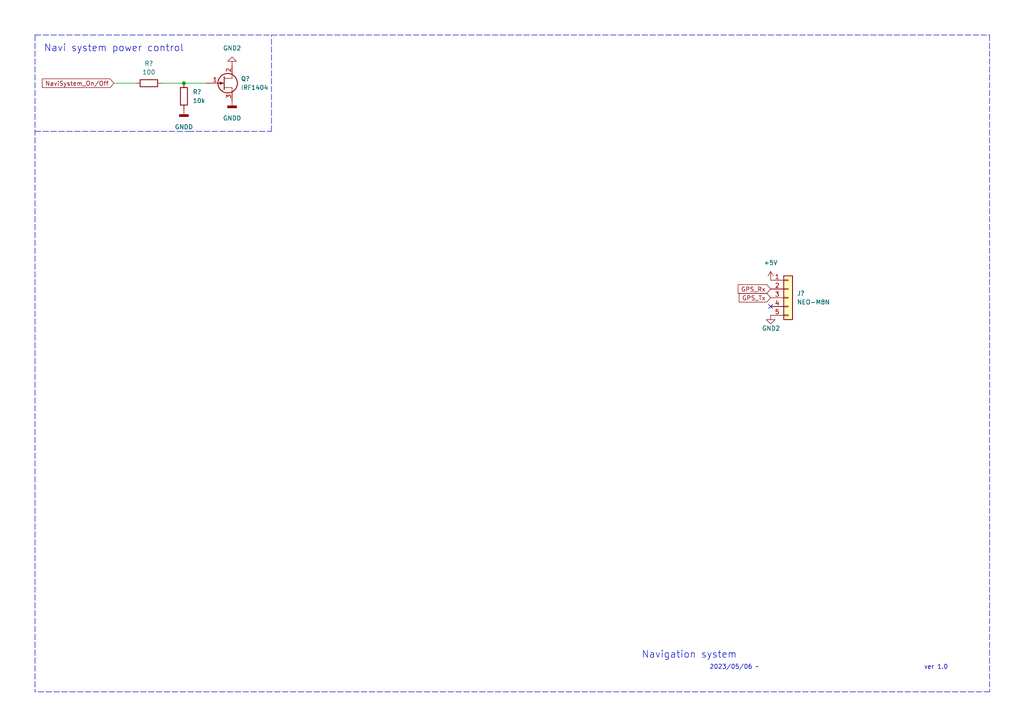
<source format=kicad_sch>
(kicad_sch (version 20211123) (generator eeschema)
  (paper "A4")
  (lib_symbols
    (symbol "Connector_Generic:Conn_01x05" (pin_names (offset 1.016) hide)
      (property "Reference" "J" (at 0 7.62 0))
      (property "Value" "Conn_01x05" (at 0 -7.62 0))
      (symbol "Conn_01x05_1_1"
        (rectangle (start -1.27 -4.953) (end 0 -5.207) (stroke (width 0.1524)))
        (rectangle (start -1.27 -2.413) (end 0 -2.667) (stroke (width 0.1524)))
        (rectangle (start -1.27 0.127) (end 0 -0.127) (stroke (width 0.1524)))
        (rectangle (start -1.27 2.667) (end 0 2.413) (stroke (width 0.1524)))
        (rectangle (start -1.27 5.207) (end 0 4.953) (stroke (width 0.1524)))
        (rectangle (start -1.27 6.35) (end 1.27 -6.35) (stroke (width 0.254)) (fill (type background)))
        (pin passive line (at -5.08 5.08 0) (length 3.81) (name "Pin_1") (number "1"))
        (pin passive line (at -5.08 2.54 0) (length 3.81) (name "Pin_2") (number "2"))
        (pin passive line (at -5.08 0 0) (length 3.81) (name "Pin_3") (number "3"))
        (pin passive line (at -5.08 -2.54 0) (length 3.81) (name "Pin_4") (number "4"))
        (pin passive line (at -5.08 -5.08 0) (length 3.81) (name "Pin_5") (number "5"))
      )
    )
    (symbol "Device:Q_NJFET_GDS" (pin_names (offset 0) hide)
      (property "Reference" "Q" (at 5.08 1.27 0))
      (property "Value" "Q_NJFET_GDS" (at 5.08 -1.27 0))
      (symbol "Q_NJFET_GDS_0_1"
        (polyline (pts (xy 0.254 1.905) (xy 0.254 -1.905) (xy 0.254 -1.905)) (stroke (width 0.254)))
        (polyline (pts (xy 2.54 -2.54) (xy 2.54 -1.27) (xy 0.254 -1.27)))
        (polyline (pts (xy 2.54 2.54) (xy 2.54 1.397) (xy 0.254 1.397)))
        (polyline (pts (xy 0 0) (xy -1.016 0.381) (xy -1.016 -0.381) (xy 0 0)) (fill (type outline)))
        (circle (center 1.27 0) (radius 2.8194) (stroke (width 0.254)))
      )
      (symbol "Q_NJFET_GDS_1_1"
        (pin input line (at -5.08 0 0) (length 5.334) (name "G") (number "1"))
        (pin passive line (at 2.54 5.08 270) (length 2.54) (name "D") (number "2"))
        (pin passive line (at 2.54 -5.08 90) (length 2.54) (name "S") (number "3"))
      )
    )
    (symbol "Device:R" (pin_numbers hide) (pin_names (offset 0))
      (property "Reference" "R" (at 2.032 0 90))
      (property "Value" "R" (at 0 0 90))
      (symbol "R_0_1"
        (rectangle (start -1.016 -2.54) (end 1.016 2.54) (stroke (width 0.254)))
      )
      (symbol "R_1_1"
        (pin passive line (at 0 3.81 270) (length 1.27) (name "~") (number "1"))
        (pin passive line (at 0 -3.81 90) (length 1.27) (name "~") (number "2"))
      )
    )
    (symbol "nixie-cache:+5V" (power) (pin_names (offset 0))
      (property "Value" "+5V" (at 0 3.556 0))
      (symbol "+5V_0_1"
        (polyline (pts (xy -0.762 1.27) (xy 0 2.54)))
        (polyline (pts (xy 0 0) (xy 0 2.54)))
        (polyline (pts (xy 0 2.54) (xy 0.762 1.27)))
      )
      (symbol "+5V_1_1"
        (pin power_in line (at 0 0 90) (length 0) hide (name "+5V") (number "1"))
      )
    )
    (symbol "power:GND2" (power) (pin_names (offset 0))
      (property "Value" "GND2" (at 0 -3.81 0))
      (symbol "GND2_0_1"
        (polyline (pts (xy 0 0) (xy 0 -1.27) (xy 1.27 -1.27) (xy 0 -2.54) (xy -1.27 -1.27) (xy 0 -1.27)))
      )
      (symbol "GND2_1_1"
        (pin power_in line (at 0 0 270) (length 0) hide (name "GND2") (number "1"))
      )
    )
    (symbol "power:GNDD" (power) (pin_names (offset 0))
      (property "Value" "GNDD" (at 0 -3.175 0))
      (symbol "GNDD_0_1"
        (rectangle (start -1.27 -1.524) (end 1.27 -2.032) (stroke (width 0.254)) (fill (type outline)))
        (polyline (pts (xy 0 0) (xy 0 -1.524)))
      )
      (symbol "GNDD_1_1"
        (pin power_in line (at 0 0 270) (length 0) hide (name "GNDD") (number "1"))
      )
    )
  )
  (junction (at 53.34 24.13))
  (no_connect (at 223.52 88.9))
  (polyline (pts (xy 10.16 10.16) (xy 10.16 200.66)))
  (polyline (pts (xy 10.16 10.16) (xy 287.02 10.16)))
  (polyline (pts (xy 10.16 38.1) (xy 54.61 38.1)))
  (wire (pts (xy 46.99 24.13) (xy 53.34 24.13)))
  (polyline (pts (xy 287.02 10.16) (xy 287.02 200.66)))
  (polyline (pts (xy 78.74 38.1) (xy 78.74 10.16)))
  (wire (pts (xy 53.34 24.13) (xy 59.69 24.13)))
  (polyline (pts (xy 287.02 200.66) (xy 10.16 200.66)))
  (wire (pts (xy 33.02 24.13) (xy 39.37 24.13)))
  (polyline (pts (xy 54.61 38.1) (xy 78.74 38.1)))
  (text "ver 1.0" (at 267.97 194.31 0) (effects (font (size 1.27 1.27)) (justify left bottom)))
  (text "2023/05/06 ~" (at 205.74 194.31 0) (effects (font (size 1.27 1.27)) (justify left bottom)))
  (text "Navi system power control" (at 12.7 15.24 0) (effects (font (size 2 2)) (justify left bottom)))
  (text "Navigation system" (at 186.055 191.135 0) (effects (font (size 2 2)) (justify left bottom)))
  (global_label "GPS_Tx" (shape input) (at 223.52 86.36 180) (property "Intersheet References" "${INTERSHEET_REFS}" (effects hide)))
  (global_label "NaviSystem_On{slash}Off" (shape input) (at 33.02 24.13 180) (property "Intersheet References" "${INTERSHEET_REFS}" (effects hide)))
  (global_label "GPS_Rx" (shape input) (at 223.52 83.82 180) (property "Intersheet References" "${INTERSHEET_REFS}" (effects hide)))
  (symbol (lib_id "power:GND2") (at 67.31 19.05 180) (unit 1)
    (property "Reference" "#PWR?" (effects hide))
    (property "Value" "GND2" (at 67.31 13.97 0))
  )
  (symbol (lib_id "Device:Q_NJFET_GDS") (at 64.77 24.13 0) (unit 1)
    (property "Reference" "Q?" (at 69.85 22.8599 0) (effects (justify left)))
    (property "Value" "IRF1404" (at 69.85 25.3999 0) (effects (justify left)))
  )
  (symbol (lib_id "Device:R") (at 53.34 27.94 0) (unit 1)
    (property "Reference" "R?" (at 55.88 26.6699 0) (effects (justify left)))
    (property "Value" "10k" (at 55.88 29.2099 0) (effects (justify left)))
  )
  (symbol (lib_id "power:GNDD") (at 67.31 29.21 0) (unit 1)
    (property "Reference" "#PWR?" (effects hide))
    (property "Value" "GNDD" (at 67.31 34.29 0))
  )
  (symbol (lib_id "power:GNDD") (at 53.34 31.75 0) (unit 1)
    (property "Reference" "#PWR?" (effects hide))
    (property "Value" "GNDD" (at 53.34 36.83 0))
  )
  (symbol (lib_id "Connector_Generic:Conn_01x05") (at 228.6 86.36 0) (unit 1)
    (property "Reference" "J?" (at 231.14 85.0899 0) (effects (justify left)))
    (property "Value" "NEO-M8N" (at 231.14 87.6299 0) (effects (justify left)))
  )
  (symbol (lib_id "power:GND2") (at 223.52 91.44 0) (unit 1)
    (property "Reference" "#PWR?" (effects hide))
    (property "Value" "GND2" (at 220.98 95.25 0) (effects (justify left)))
  )
  (symbol (lib_id "nixie-cache:+5V") (at 223.52 81.28 0) (unit 1)
    (property "Reference" "#PWR?" (effects hide))
    (property "Value" "+5V" (at 223.52 76.2 0))
  )
  (symbol (lib_id "Device:R") (at 43.18 24.13 90) (unit 1)
    (property "Reference" "R?" (at 43.18 18.415 90))
    (property "Value" "100" (at 43.18 20.955 90))
  )
)
</source>
